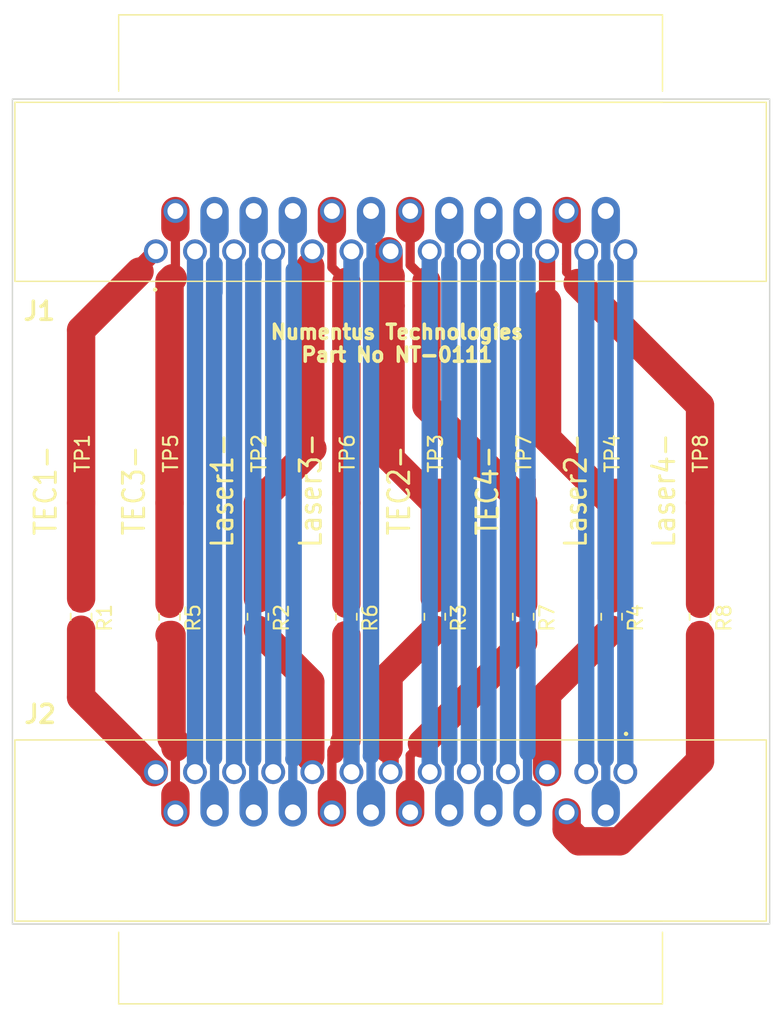
<source format=kicad_pcb>
(kicad_pcb (version 20221018) (generator pcbnew)
  (title_block (title "HSHS Test Board 0111"))
  (layers (0 "F.Cu" signal) (31 "B.Cu" signal) (34 "B.Paste" user) (35 "F.Paste" user) (36 "B.SilkS" user "B.Silkscreen") (37 "F.SilkS" user "F.Silkscreen") (38 "B.Mask" user) (39 "F.Mask" user) (44 "Edge.Cuts" user))
  (net 0 "")
  (net 1 "/TECPow1-")
  (net 2 "/TECPow1+")
  (net 3 "/Therm1-")
  (net 4 "/Therm1+")
  (net 5 "/LaserPow1-")
  (net 6 "/LaserPow1+")
  (net 7 "/TECPow2-")
  (net 8 "/TECPow2+")
  (net 9 "/Therm2-")
  (net 10 "/Therm2+")
  (net 11 "/LaserPow2-")
  (net 12 "/LaserPow2+")
  (net 13 "Net-(J1-Pad13)")
  (net 14 "/TECPow3-")
  (net 15 "/TECPow3+")
  (net 16 "/Therm3-")
  (net 17 "/Therm3+")
  (net 18 "/LaserPow3-")
  (net 19 "/LaserPow3+")
  (net 20 "/TECPow4-")
  (net 21 "/TECPow4+")
  (net 22 "/Therm4-")
  (net 23 "/Therm4+")
  (net 24 "/LaserPow4-")
  (net 25 "/LaserPow4+")
  (net 26 "Net-(J2-Pad1)")
  (net 27 "Net-(J2-Pad5)")
  (net 28 "Net-(J2-Pad7)")
  (net 29 "Net-(J2-Pad11)")
  (net 30 "Net-(J2-P14)")
  (net 31 "Net-(J2-P18)")
  (net 32 "Net-(J2-P20)")
  (net 33 "Net-(J2-P24)")
  (footprint "Global_Footprint_Library:KEYSTONE_5015" (layer "F.Cu") (at 158.188 100.28 90)
    (fp_text reference "TP8" (at 3.5 0.032 90) (layer "F.SilkS"))
    (fp_text value "5015")
    (pad "TP" smd rect (at 0 0 90) (size 3.43 1.78) (layers "F.Cu" "F.Paste" "F.Mask") (net 24 "/LaserPow4-"))
  )
  (footprint "Global_Footprint_Library:57888011_A" (layer "F.Cu") (at 119.782 82.52)
    (fp_text reference "J1" (at -8.222 4.22) (layer "F.SilkS") (effects (font (size 1.27 1.27) (thickness 0.254))))
    (fp_text value "DB25_Receptacle" hide)
    (fp_line (start -9.949 -10.51) (end 43.081 -10.51) (stroke (width 0.1)) (layer "F.SilkS"))
    (fp_line (start -9.949 2.12) (end -9.949 -10.51) (stroke (width 0.1)) (layer "F.SilkS"))
    (fp_line (start -2.624 -16.68) (end 35.756 -16.68) (stroke (width 0.1)) (layer "F.SilkS"))
    (fp_line (start -2.624 -11.3) (end -2.624 -16.68) (stroke (width 0.1)) (layer "F.SilkS"))
    (fp_line (start -0.1 2.7) (end -0.1 2.7) (stroke (width 0.2)) (layer "F.SilkS"))
    (fp_line (start -0.1 2.7) (end -0.1 2.7) (stroke (width 0.2)) (layer "F.SilkS"))
    (fp_line (start 0 2.7) (end 0 2.7) (stroke (width 0.2)) (layer "F.SilkS"))
    (fp_line (start 35.756 -16.68) (end 35.756 -11.3) (stroke (width 0.1)) (layer "F.SilkS"))
    (fp_line (start 35.756 -10.51) (end -2.624 -10.51) (stroke (width 0.1)) (layer "F.SilkS"))
    (fp_line (start 43.081 -10.51) (end 43.081 2.12) (stroke (width 0.1)) (layer "F.SilkS"))
    (fp_line (start 43.081 2.12) (end -9.949 2.12) (stroke (width 0.1)) (layer "F.SilkS"))
    (fp_arc (start -0.1 2.7) (mid -0.05 2.65) (end 0 2.7) (stroke (width 0.2)) (layer "F.SilkS"))
    (fp_arc (start 0 2.7) (mid -0.05 2.75) (end -0.1 2.7) (stroke (width 0.2)) (layer "F.SilkS"))
    (fp_arc (start 0 2.7) (mid -0.05 2.75) (end -0.1 2.7) (stroke (width 0.2)) (layer "F.SilkS"))
    (pad "" np_thru_hole circle (at -6.96 -1.42) (size 3.26 3.26) (drill 3.26) (layers "*.Cu" "*.Mask"))
    (pad "" np_thru_hole circle (at 40.08 -1.42) (size 3.26 3.26) (drill 3.26) (layers "*.Cu" "*.Mask"))
    (pad "1" thru_hole circle (at 0 0) (size 1.68 1.68) (drill 1.12) (layers "*.Cu" "*.Mask") (net 1 "/TECPow1-"))
    (pad "2" thru_hole circle (at 2.761 0) (size 1.68 1.68) (drill 1.12) (layers "*.Cu" "*.Mask") (net 2 "/TECPow1+"))
    (pad "3" thru_hole circle (at 5.522 0) (size 1.68 1.68) (drill 1.12) (layers "*.Cu" "*.Mask") (net 3 "/Therm1-"))
    (pad "4" thru_hole circle (at 8.283 0) (size 1.68 1.68) (drill 1.12) (layers "*.Cu" "*.Mask") (net 4 "/Therm1+"))
    (pad "5" thru_hole circle (at 11.044 0) (size 1.68 1.68) (drill 1.12) (layers "*.Cu" "*.Mask") (net 5 "/LaserPow1-"))
    (pad "6" thru_hole circle (at 13.805 0) (size 1.68 1.68) (drill 1.12) (layers "*.Cu" "*.Mask") (net 6 "/LaserPow1+"))
    (pad "7" thru_hole circle (at 16.566 0) (size 1.68 1.68) (drill 1.12) (layers "*.Cu" "*.Mask") (net 7 "/TECPow2-"))
    (pad "8" thru_hole circle (at 19.327 0) (size 1.68 1.68) (drill 1.12) (layers "*.Cu" "*.Mask") (net 8 "/TECPow2+"))
    (pad "9" thru_hole circle (at 22.088 0) (size 1.68 1.68) (drill 1.12) (layers "*.Cu" "*.Mask") (net 9 "/Therm2-"))
    (pad "10" thru_hole circle (at 24.849 0) (size 1.68 1.68) (drill 1.12) (layers "*.Cu" "*.Mask") (net 10 "/Therm2+"))
    (pad "11" thru_hole circle (at 27.61 0) (size 1.68 1.68) (drill 1.12) (layers "*.Cu" "*.Mask") (net 11 "/LaserPow2-"))
    (pad "12" thru_hole circle (at 30.371 0) (size 1.68 1.68) (drill 1.12) (layers "*.Cu" "*.Mask") (net 12 "/LaserPow2+"))
    (pad "13" thru_hole circle (at 33.132 0) (size 1.68 1.68) (drill 1.12) (layers "*.Cu" "*.Mask") (net 13 "Net-(J1-Pad13)"))
    (pad "14" thru_hole circle (at 1.38 -2.84) (size 1.68 1.68) (drill 1.12) (layers "*.Cu" "*.Mask") (net 14 "/TECPow3-"))
    (pad "15" thru_hole circle (at 4.141 -2.84) (size 1.68 1.68) (drill 1.12) (layers "*.Cu" "*.Mask") (net 15 "/TECPow3+"))
    (pad "16" thru_hole circle (at 6.902 -2.84) (size 1.68 1.68) (drill 1.12) (layers "*.Cu" "*.Mask") (net 16 "/Therm3-"))
    (pad "17" thru_hole circle (at 9.663 -2.84) (size 1.68 1.68) (drill 1.12) (layers "*.Cu" "*.Mask") (net 17 "/Therm3+"))
    (pad "18" thru_hole circle (at 12.424 -2.84) (size 1.68 1.68) (drill 1.12) (layers "*.Cu" "*.Mask") (net 18 "/LaserPow3-"))
    (pad "19" thru_hole circle (at 15.185 -2.84) (size 1.68 1.68) (drill 1.12) (layers "*.Cu" "*.Mask") (net 19 "/LaserPow3+"))
    (pad "20" thru_hole circle (at 17.947 -2.84) (size 1.68 1.68) (drill 1.12) (layers "*.Cu" "*.Mask") (net 20 "/TECPow4-"))
    (pad "21" thru_hole circle (at 20.707 -2.84) (size 1.68 1.68) (drill 1.12) (layers "*.Cu" "*.Mask") (net 21 "/TECPow4+"))
    (pad "22" thru_hole circle (at 23.468 -2.84) (size 1.68 1.68) (drill 1.12) (layers "*.Cu" "*.Mask") (net 22 "/Therm4-"))
    (pad "23" thru_hole circle (at 26.23 -2.84) (size 1.68 1.68) (drill 1.12) (layers "*.Cu" "*.Mask") (net 23 "/Therm4+"))
    (pad "24" thru_hole circle (at 28.99 -2.84) (size 1.68 1.68) (drill 1.12) (layers "*.Cu" "*.Mask") (net 24 "/LaserPow4-"))
    (pad "25" thru_hole circle (at 31.752 -2.84) (size 1.68 1.68) (drill 1.12) (layers "*.Cu" "*.Mask") (net 25 "/LaserPow4+"))
  )
  (footprint "Global_Footprint_Library:5788794_1 Mod From 57888011_A" (layer "F.Cu") (at 152.914 119.27 180)
    (fp_text reference "J2" (at 41.294 4.09) (layer "F.SilkS") (effects (font (size 1.27 1.27) (thickness 0.254))))
    (fp_text value "DB25_Plug" hide)
    (fp_line (start -9.949 -10.51) (end 43.081 -10.51) (stroke (width 0.1)) (layer "F.SilkS"))
    (fp_line (start -9.949 2.27) (end -9.949 -10.51) (stroke (width 0.1)) (layer "F.SilkS"))
    (fp_line (start -2.624 -11.3) (end -2.624 -16.35) (stroke (width 0.1)) (layer "F.SilkS"))
    (fp_line (start -2.609 -16.35) (end 35.756 -16.35) (stroke (width 0.1)) (layer "F.SilkS"))
    (fp_line (start -0.1 2.7) (end -0.1 2.7) (stroke (width 0.2)) (layer "F.SilkS"))
    (fp_line (start -0.1 2.7) (end -0.1 2.7) (stroke (width 0.2)) (layer "F.SilkS"))
    (fp_line (start 0 2.7) (end 0 2.7) (stroke (width 0.2)) (layer "F.SilkS"))
    (fp_line (start 35.756 -16.35) (end 35.756 -11.3) (stroke (width 0.1)) (layer "F.SilkS"))
    (fp_line (start 35.756 -10.51) (end -2.624 -10.51) (stroke (width 0.1)) (layer "F.SilkS"))
    (fp_line (start 43.081 -10.51) (end 43.081 2.27) (stroke (width 0.1)) (layer "F.SilkS"))
    (fp_line (start 43.081 2.27) (end -9.949 2.27) (stroke (width 0.1)) (layer "F.SilkS"))
    (fp_arc (start -0.1 2.7) (mid -0.05 2.65) (end 0 2.7) (stroke (width 0.2)) (layer "F.SilkS"))
    (fp_arc (start 0 2.7) (mid -0.05 2.75) (end -0.1 2.7) (stroke (width 0.2)) (layer "F.SilkS"))
    (fp_arc (start 0 2.7) (mid -0.05 2.75) (end -0.1 2.7) (stroke (width 0.2)) (layer "F.SilkS"))
    (pad "" np_thru_hole circle (at -6.96 -1.42 180) (size 3.26 3.26) (drill 3.26) (layers "*.Cu" "*.Mask"))
    (pad "" np_thru_hole circle (at 40.08 -1.42 180) (size 3.26 3.26) (drill 3.26) (layers "*.Cu" "*.Mask"))
    (pad "1" thru_hole circle (at 33.132 0 180) (size 1.68 1.68) (drill 1.12) (layers "*.Cu" "*.Mask") (net 26 "Net-(J2-Pad1)"))
    (pad "2" thru_hole circle (at 30.371 0 180) (size 1.68 1.68) (drill 1.12) (layers "*.Cu" "*.Mask") (net 2 "/TECPow1+"))
    (pad "3" thru_hole circle (at 27.61 0 180) (size 1.68 1.68) (drill 1.12) (layers "*.Cu" "*.Mask") (net 3 "/Therm1-"))
    (pad "4" thru_hole circle (at 24.849 0 180) (size 1.68 1.68) (drill 1.12) (layers "*.Cu" "*.Mask") (net 4 "/Therm1+"))
    (pad "5" thru_hole circle (at 22.088 0 180) (size 1.68 1.68) (drill 1.12) (layers "*.Cu" "*.Mask") (net 27 "Net-(J2-Pad5)"))
    (pad "6" thru_hole circle (at 19.327 0 180) (size 1.68 1.68) (drill 1.12) (layers "*.Cu" "*.Mask") (net 6 "/LaserPow1+"))
    (pad "7" thru_hole circle (at 16.566 0 180) (size 1.68 1.68) (drill 1.12) (layers "*.Cu" "*.Mask") (net 28 "Net-(J2-Pad7)"))
    (pad "8" thru_hole circle (at 13.805 0 180) (size 1.68 1.68) (drill 1.12) (layers "*.Cu" "*.Mask") (net 8 "/TECPow2+"))
    (pad "9" thru_hole circle (at 11.044 0 180) (size 1.68 1.68) (drill 1.12) (layers "*.Cu" "*.Mask") (net 9 "/Therm2-"))
    (pad "10" thru_hole circle (at 8.283 0 180) (size 1.68 1.68) (drill 1.12) (layers "*.Cu" "*.Mask") (net 10 "/Therm2+"))
    (pad "11" thru_hole circle (at 5.522 0 180) (size 1.68 1.68) (drill 1.12) (layers "*.Cu" "*.Mask") (net 29 "Net-(J2-Pad11)"))
    (pad "12" thru_hole circle (at 2.761 0 180) (size 1.68 1.68) (drill 1.12) (layers "*.Cu" "*.Mask") (net 12 "/LaserPow2+"))
    (pad "13" thru_hole circle (at 0 0 180) (size 1.68 1.68) (drill 1.12) (layers "*.Cu" "*.Mask") (net 13 "Net-(J1-Pad13)"))
    (pad "14" thru_hole circle (at 31.752 -2.84 180) (size 1.68 1.68) (drill 1.12) (layers "*.Cu" "*.Mask") (net 30 "Net-(J2-P14)"))
    (pad "15" thru_hole circle (at 28.99 -2.84 180) (size 1.68 1.68) (drill 1.12) (layers "*.Cu" "*.Mask") (net 15 "/TECPow3+"))
    (pad "16" thru_hole circle (at 26.23 -2.84 180) (size 1.68 1.68) (drill 1.12) (layers "*.Cu" "*.Mask") (net 16 "/Therm3-"))
    (pad "17" thru_hole circle (at 23.468 -2.84 180) (size 1.68 1.68) (drill 1.12) (layers "*.Cu" "*.Mask") (net 17 "/Therm3+"))
    (pad "18" thru_hole circle (at 20.707 -2.84 180) (size 1.68 1.68) (drill 1.12) (layers "*.Cu" "*.Mask") (net 31 "Net-(J2-P18)"))
    (pad "19" thru_hole circle (at 17.947 -2.84 180) (size 1.68 1.68) (drill 1.12) (layers "*.Cu" "*.Mask") (net 19 "/LaserPow3+"))
    (pad "20" thru_hole circle (at 15.185 -2.84 180) (size 1.68 1.68) (drill 1.12) (layers "*.Cu" "*.Mask") (net 32 "Net-(J2-P20)"))
    (pad "21" thru_hole circle (at 12.424 -2.84 180) (size 1.68 1.68) (drill 1.12) (layers "*.Cu" "*.Mask") (net 21 "/TECPow4+"))
    (pad "22" thru_hole circle (at 9.663 -2.84 180) (size 1.68 1.68) (drill 1.12) (layers "*.Cu" "*.Mask") (net 22 "/Therm4-"))
    (pad "23" thru_hole circle (at 6.902 -2.84 180) (size 1.68 1.68) (drill 1.12) (layers "*.Cu" "*.Mask") (net 23 "/Therm4+"))
    (pad "24" thru_hole circle (at 4.141 -2.84 180) (size 1.68 1.68) (drill 1.12) (layers "*.Cu" "*.Mask") (net 33 "Net-(J2-P24)"))
    (pad "25" thru_hole circle (at 1.38 -2.84 180) (size 1.68 1.68) (drill 1.12) (layers "*.Cu" "*.Mask") (net 25 "/LaserPow4+"))
  )
  (footprint "Resistor_SMD:R_0805_2012Metric" (layer "F.Cu") (at 158.188 108.3075 -90)
    (fp_text reference "R8" (at 0.08 -1.692 90) (layer "F.SilkS"))
    (fp_text value "0.1")
    (fp_line (start -0.227064 -0.735) (end 0.227064 -0.735) (stroke (width 0.12)) (layer "F.SilkS"))
    (fp_line (start -0.227064 0.735) (end 0.227064 0.735) (stroke (width 0.12)) (layer "F.SilkS"))
    (pad "1" smd roundrect (at -0.9125 0 270) (size 1.025 1.4) (layers "F.Cu" "F.Paste" "F.Mask") (roundrect_rratio 0.243902439) (net 24 "/LaserPow4-"))
    (pad "2" smd roundrect (at 0.9125 0 270) (size 1.025 1.4) (layers "F.Cu" "F.Paste" "F.Mask") (roundrect_rratio 0.243902439) (net 33 "Net-(J2-P24)"))
  )
  (footprint "Resistor_SMD:R_0805_2012Metric" (layer "F.Cu") (at 133.228 108.3075 -90)
    (fp_text reference "R6" (at 0.08 -1.668 90) (layer "F.SilkS"))
    (fp_text value "0.1")
    (fp_line (start -0.227064 -0.735) (end 0.227064 -0.735) (stroke (width 0.12)) (layer "F.SilkS"))
    (fp_line (start -0.227064 0.735) (end 0.227064 0.735) (stroke (width 0.12)) (layer "F.SilkS"))
    (pad "1" smd roundrect (at -0.9125 0 270) (size 1.025 1.4) (layers "F.Cu" "F.Paste" "F.Mask") (roundrect_rratio 0.243902439) (net 18 "/LaserPow3-"))
    (pad "2" smd roundrect (at 0.9125 0 270) (size 1.025 1.4) (layers "F.Cu" "F.Paste" "F.Mask") (roundrect_rratio 0.243902439) (net 31 "Net-(J2-P18)"))
  )
  (footprint "Resistor_SMD:R_0805_2012Metric" (layer "F.Cu") (at 120.748 108.3075 -90)
    (fp_text reference "R5" (at 0.08 -1.656 90) (layer "F.SilkS"))
    (fp_text value "0.1")
    (fp_line (start -0.227064 -0.735) (end 0.227064 -0.735) (stroke (width 0.12)) (layer "F.SilkS"))
    (fp_line (start -0.227064 0.735) (end 0.227064 0.735) (stroke (width 0.12)) (layer "F.SilkS"))
    (pad "1" smd roundrect (at -0.9125 0 270) (size 1.025 1.4) (layers "F.Cu" "F.Paste" "F.Mask") (roundrect_rratio 0.243902439) (net 14 "/TECPow3-"))
    (pad "2" smd roundrect (at 0.9125 0 270) (size 1.025 1.4) (layers "F.Cu" "F.Paste" "F.Mask") (roundrect_rratio 0.243902439) (net 30 "Net-(J2-P14)"))
  )
  (footprint "Resistor_SMD:R_0805_2012Metric" (layer "F.Cu") (at 126.988 108.3075 -90)
    (fp_text reference "R2" (at 0.08 -1.662 90) (layer "F.SilkS"))
    (fp_text value "0.1")
    (fp_line (start -0.227064 -0.735) (end 0.227064 -0.735) (stroke (width 0.12)) (layer "F.SilkS"))
    (fp_line (start -0.227064 0.735) (end 0.227064 0.735) (stroke (width 0.12)) (layer "F.SilkS"))
    (pad "1" smd roundrect (at -0.9125 0 270) (size 1.025 1.4) (layers "F.Cu" "F.Paste" "F.Mask") (roundrect_rratio 0.243902439) (net 5 "/LaserPow1-"))
    (pad "2" smd roundrect (at 0.9125 0 270) (size 1.025 1.4) (layers "F.Cu" "F.Paste" "F.Mask") (roundrect_rratio 0.243902439) (net 27 "Net-(J2-Pad5)"))
  )
  (footprint "Resistor_SMD:R_0805_2012Metric" (layer "F.Cu") (at 151.948 108.3075 -90)
    (fp_text reference "R4" (at 0.08 -1.686 90) (layer "F.SilkS"))
    (fp_text value "0.1")
    (fp_line (start -0.227064 -0.735) (end 0.227064 -0.735) (stroke (width 0.12)) (layer "F.SilkS"))
    (fp_line (start -0.227064 0.735) (end 0.227064 0.735) (stroke (width 0.12)) (layer "F.SilkS"))
    (pad "1" smd roundrect (at -0.9125 0 270) (size 1.025 1.4) (layers "F.Cu" "F.Paste" "F.Mask") (roundrect_rratio 0.243902439) (net 11 "/LaserPow2-"))
    (pad "2" smd roundrect (at 0.9125 0 270) (size 1.025 1.4) (layers "F.Cu" "F.Paste" "F.Mask") (roundrect_rratio 0.243902439) (net 29 "Net-(J2-Pad11)"))
  )
  (footprint "Global_Footprint_Library:KEYSTONE_5015" (layer "F.Cu") (at 114.508 100.28 90)
    (fp_text reference "TP1" (at 3.5 0.092 90) (layer "F.SilkS"))
    (fp_text value "5015")
    (pad "TP" smd rect (at 0 0 90) (size 3.43 1.78) (layers "F.Cu" "F.Paste" "F.Mask") (net 1 "/TECPow1-"))
  )
  (footprint "Global_Footprint_Library:KEYSTONE_5015" (layer "F.Cu") (at 120.748 100.28 90)
    (fp_text reference "TP5" (at 3.5 0.083428 90) (layer "F.SilkS"))
    (fp_text value "5015")
    (pad "TP" smd rect (at 0 0 90) (size 3.43 1.78) (layers "F.Cu" "F.Paste" "F.Mask") (net 14 "/TECPow3-"))
  )
  (footprint "Global_Footprint_Library:KEYSTONE_5015" (layer "F.Cu") (at 139.468 100.28 90)
    (fp_text reference "TP3" (at 3.5 0.057712 90) (layer "F.SilkS"))
    (fp_text value "5015")
    (pad "TP" smd rect (at 0 0 90) (size 3.43 1.78) (layers "F.Cu" "F.Paste" "F.Mask") (net 7 "/TECPow2-"))
  )
  (footprint "Resistor_SMD:R_0805_2012Metric" (layer "F.Cu") (at 145.708 108.3075 -90)
    (fp_text reference "R7" (at 0.08 -1.68 90) (layer "F.SilkS"))
    (fp_text value "0.1")
    (fp_line (start -0.227064 -0.735) (end 0.227064 -0.735) (stroke (width 0.12)) (layer "F.SilkS"))
    (fp_line (start -0.227064 0.735) (end 0.227064 0.735) (stroke (width 0.12)) (layer "F.SilkS"))
    (pad "1" smd roundrect (at -0.9125 0 270) (size 1.025 1.4) (layers "F.Cu" "F.Paste" "F.Mask") (roundrect_rratio 0.243902439) (net 20 "/TECPow4-"))
    (pad "2" smd roundrect (at 0.9125 0 270) (size 1.025 1.4) (layers "F.Cu" "F.Paste" "F.Mask") (roundrect_rratio 0.243902439) (net 32 "Net-(J2-P20)"))
  )
  (footprint "Global_Footprint_Library:KEYSTONE_5015" (layer "F.Cu") (at 145.708 100.28 90)
    (fp_text reference "TP7" (at 3.5 0.04914 90) (layer "F.SilkS"))
    (fp_text value "5015")
    (pad "TP" smd rect (at 0 0 90) (size 3.43 1.78) (layers "F.Cu" "F.Paste" "F.Mask") (net 20 "/TECPow4-"))
  )
  (footprint "Global_Footprint_Library:KEYSTONE_5015" (layer "F.Cu") (at 151.948 100.28 90)
    (fp_text reference "TP4" (at 3.5 0.040568 90) (layer "F.SilkS"))
    (fp_text value "5015")
    (pad "TP" smd rect (at 0 0 90) (size 3.43 1.78) (layers "F.Cu" "F.Paste" "F.Mask") (net 11 "/LaserPow2-"))
  )
  (footprint "Global_Footprint_Library:KEYSTONE_5015" (layer "F.Cu") (at 133.228 100.28 90)
    (fp_text reference "TP6" (at 3.5 0.066284 90) (layer "F.SilkS"))
    (fp_text value "5015")
    (pad "TP" smd rect (at 0 0 90) (size 3.43 1.78) (layers "F.Cu" "F.Paste" "F.Mask") (net 18 "/LaserPow3-"))
  )
  (footprint "Resistor_SMD:R_0805_2012Metric" (layer "F.Cu") (at 139.468 108.3075 -90)
    (fp_text reference "R3" (at 0.08 -1.674 90) (layer "F.SilkS"))
    (fp_text value "0.1")
    (fp_line (start -0.227064 -0.735) (end 0.227064 -0.735) (stroke (width 0.12)) (layer "F.SilkS"))
    (fp_line (start -0.227064 0.735) (end 0.227064 0.735) (stroke (width 0.12)) (layer "F.SilkS"))
    (pad "1" smd roundrect (at -0.9125 0 270) (size 1.025 1.4) (layers "F.Cu" "F.Paste" "F.Mask") (roundrect_rratio 0.243902439) (net 7 "/TECPow2-"))
    (pad "2" smd roundrect (at 0.9125 0 270) (size 1.025 1.4) (layers "F.Cu" "F.Paste" "F.Mask") (roundrect_rratio 0.243902439) (net 28 "Net-(J2-Pad7)"))
  )
  (footprint "Global_Footprint_Library:KEYSTONE_5015" (layer "F.Cu") (at 126.988 100.28 90)
    (fp_text reference "TP2" (at 3.5 0.074856 90) (layer "F.SilkS"))
    (fp_text value "5015")
    (pad "TP" smd rect (at 0 0 90) (size 3.43 1.78) (layers "F.Cu" "F.Paste" "F.Mask") (net 5 "/LaserPow1-"))
  )
  (footprint "Resistor_SMD:R_0805_2012Metric" (layer "F.Cu") (at 114.508 108.3075 -90)
    (fp_text reference "R1" (at 0.08 -1.65 90) (layer "F.SilkS"))
    (fp_text value "0.1")
    (fp_line (start -0.227064 -0.735) (end 0.227064 -0.735) (stroke (width 0.12)) (layer "F.SilkS"))
    (fp_line (start -0.227064 0.735) (end 0.227064 0.735) (stroke (width 0.12)) (layer "F.SilkS"))
    (pad "1" smd roundrect (at -0.9125 0 270) (size 1.025 1.4) (layers "F.Cu" "F.Paste" "F.Mask") (roundrect_rratio 0.243902439) (net 1 "/TECPow1-"))
    (pad "2" smd roundrect (at 0.9125 0 270) (size 1.025 1.4) (layers "F.Cu" "F.Paste" "F.Mask") (roundrect_rratio 0.243902439) (net 26 "Net-(J2-Pad1)"))
  )
  (gr_rect (start 109.66 71.78) (end 163.1 129.99) (stroke (width 0.1)) (fill none) (layer "Edge.Cuts"))
  (gr_text "TEC4-" (at 144.05857 102.683333 90) (layer "F.SilkS") (effects (font (size 1.5 1.3) (thickness 0.2)) (justify left bottom)))
  (gr_text "Laser1-" (at 125.351428 103.55 90) (layer "F.SilkS") (effects (font (size 1.5 1.3) (thickness 0.2)) (justify left bottom)))
  (gr_text "Laser2-" (at 150.294284 103.55 90) (layer "F.SilkS") (effects (font (size 1.5 1.3) (thickness 0.2)) (justify left bottom)))
  (gr_text "TEC3-" (at 119.115714 102.683333 90) (layer "F.SilkS") (effects (font (size 1.5 1.3) (thickness 0.2)) (justify left bottom)))
  (gr_text "TEC1-" (at 112.88 102.683333 90) (layer "F.SilkS") (effects (font (size 1.5 1.3) (thickness 0.2)) (justify left bottom)))
  (gr_text "Laser3-" (at 131.587142 103.55 90) (layer "F.SilkS") (effects (font (size 1.5 1.3) (thickness 0.2)) (justify left bottom)))
  (gr_text "Laser4-" (at 156.53 103.55 90) (layer "F.SilkS") (effects (font (size 1.5 1.3) (thickness 0.2)) (justify left bottom)))
  (gr_text "TEC2-" (at 137.822856 102.683333 90) (layer "F.SilkS") (effects (font (size 1.5 1.3) (thickness 0.2)) (justify left bottom)))
  (gr_text "Numentus Technologies\nPart No NT-0111" (at 136.8 90.41) (layer "F.SilkS") (effects (font (size 1 1) (thickness 0.25) bold) (justify bottom)))
  (segment (start 114.508 100.28) (end 114.508 107.02) (width 2) (layer "F.Cu") (net 1))
  (segment (start 118.63 83.672) (end 118.63 83.95) (width 1.15) (layer "F.Cu") (net 1))
  (segment (start 118.63 83.95) (end 114.508 88.072) (width 2) (layer "F.Cu") (net 1))
  (segment (start 114.508 88.072) (end 114.508 100.28) (width 2) (layer "F.Cu") (net 1))
  (segment (start 119.782 82.52) (end 118.63 83.672) (width 1.15) (layer "F.Cu") (net 1))
  (segment (start 122.543 82.52) (end 122.543 119.27) (width 1.15) (layer "B.Cu") (net 2))
  (segment (start 125.304 82.52) (end 125.304 119.27) (width 1.15) (layer "B.Cu") (net 3))
  (segment (start 128.065 82.52) (end 128.065 119.27) (width 1.15) (layer "B.Cu") (net 4))
  (segment (start 130.826 82.52) (end 130.826 83.445) (width 1.15) (layer "F.Cu") (net 5))
  (segment (start 130.826 96.442) (end 130.681 96.297) (width 2) (layer "F.Cu") (net 5))
  (segment (start 130.681 96.297) (end 130.681 83.59) (width 2) (layer "F.Cu") (net 5))
  (segment (start 130.826 96.442) (end 126.988 100.28) (width 2) (layer "F.Cu") (net 5))
  (segment (start 126.988 100.28) (end 126.988 107.02) (width 2) (layer "F.Cu") (net 5))
  (segment (start 130.826 83.445) (end 130.681 83.59) (width 1.15) (layer "F.Cu") (net 5))
  (segment (start 133.587 82.52) (end 133.587 119.27) (width 1.15) (layer "B.Cu") (net 6))
  (segment (start 139.468 100.28) (end 139.468 107.02) (width 2) (layer "F.Cu") (net 7))
  (segment (start 136.348 97.16) (end 139.468 100.28) (width 2) (layer "F.Cu") (net 7))
  (segment (start 136.204 86.226) (end 136.204 82.52) (width 2) (layer "F.Cu") (net 7))
  (segment (start 136.348 82.52) (end 136.348 97.16) (width 1.15) (layer "F.Cu") (net 7))
  (segment (start 136.348 86.37) (end 136.204 86.226) (width 2) (layer "F.Cu") (net 7))
  (segment (start 136.348 84.264676) (end 136.265662 84.182338) (width 2) (layer "F.Cu") (net 7))
  (segment (start 136.348 97.16) (end 136.348 86.37) (width 2) (layer "F.Cu") (net 7))
  (segment (start 136.348 86.37) (end 136.348 84.264676) (width 2) (layer "F.Cu") (net 7))
  (segment (start 139.109 82.52) (end 139.109 119.27) (width 1.15) (layer "B.Cu") (net 8))
  (segment (start 141.87 82.52) (end 141.87 119.27) (width 1.15) (layer "B.Cu") (net 9))
  (segment (start 144.631 82.52) (end 144.631 119.27) (width 1.15) (layer "B.Cu") (net 10))
  (segment (start 147.392 82.52) (end 147.392 86.07) (width 1.15) (layer "F.Cu") (net 11))
  (segment (start 151.948 100.28) (end 151.948 107.02) (width 2) (layer "F.Cu") (net 11))
  (segment (start 147.392 95.724) (end 151.948 100.28) (width 2) (layer "F.Cu") (net 11))
  (segment (start 147.392 86.07) (end 147.392 95.724) (width 2) (layer "F.Cu") (net 11))
  (segment (start 150.153 82.52) (end 150.153 119.27) (width 1.15) (layer "B.Cu") (net 12))
  (segment (start 152.914 82.52) (end 152.914 119.27) (width 1.15) (layer "B.Cu") (net 13))
  (segment (start 120.97 84.42) (end 120.748 84.642) (width 2) (layer "F.Cu") (net 14))
  (segment (start 120.748 100.28) (end 120.748 107.395) (width 2) (layer "F.Cu") (net 14))
  (segment (start 120.748 84.642) (end 120.748 100.28) (width 2) (layer "F.Cu") (net 14))
  (segment (start 120.97 84.42) (end 121.162 84.228) (width 0.65) (layer "F.Cu") (net 14))
  (segment (start 121.162 79.68) (end 121.162 80.88) (width 2) (layer "F.Cu") (net 14))
  (segment (start 121.162 84.228) (end 121.162 80.88) (width 0.65) (layer "F.Cu") (net 14))
  (segment (start 123.924 117.911) (end 123.924 122.11) (width 0.65) (layer "B.Cu") (net 15))
  (segment (start 123.923 79.68) (end 123.923 85.427) (width 0.65) (layer "B.Cu") (net 15))
  (segment (start 123.893 118.269) (end 123.893 83.453955) (width 1.15) (layer "B.Cu") (net 15))
  (segment (start 123.923 83.423955) (end 123.923 85.427) (width 1.15) (layer "B.Cu") (net 15))
  (segment (start 123.924 122.11) (end 123.924 120.774996) (width 2) (layer "B.Cu") (net 15))
  (segment (start 123.893 83.453955) (end 123.923 83.423955) (width 1.15) (layer "B.Cu") (net 15))
  (segment (start 123.923 79.68) (end 123.923 81.015004) (width 2) (layer "B.Cu") (net 15))
  (segment (start 126.654 83.453955) (end 126.654 118.36) (width 1.15) (layer "B.Cu") (net 16))
  (segment (start 126.684 83.423955) (end 126.654 83.453955) (width 1.15) (layer "B.Cu") (net 16))
  (segment (start 126.684 84.316) (end 126.684 83.423955) (width 1.15) (layer "B.Cu") (net 16))
  (segment (start 126.684 79.68) (end 126.684 81.015004) (width 2) (layer "B.Cu") (net 16))
  (segment (start 126.654 118.36) (end 126.684 118.39) (width 0.65) (layer "B.Cu") (net 16))
  (segment (start 126.684 122.11) (end 126.684 120.774996) (width 2) (layer "B.Cu") (net 16))
  (segment (start 126.684 118.39) (end 126.684 122.11) (width 0.65) (layer "B.Cu") (net 16))
  (segment (start 126.684 79.68) (end 126.684 84.316) (width 0.65) (layer "B.Cu") (net 16))
  (segment (start 129.51 83.84) (end 129.51 118.302045) (width 1.15) (layer "B.Cu") (net 17))
  (segment (start 129.445 83.775) (end 129.51 83.84) (width 0.65) (layer "B.Cu") (net 17))
  (segment (start 129.51 118.302045) (end 129.446 118.366045) (width 0.65) (layer "B.Cu") (net 17))
  (segment (start 129.445 79.68) (end 129.445 83.775) (width 0.65) (layer "B.Cu") (net 17))
  (segment (start 129.445 79.68) (end 129.445 81.015004) (width 2) (layer "B.Cu") (net 17))
  (segment (start 129.446 122.11) (end 129.446 120.774996) (width 2) (layer "B.Cu") (net 17))
  (segment (start 129.51 118.302045) (end 129.481022 118.331023) (width 1.15) (layer "B.Cu") (net 17))
  (segment (start 129.446 118.366045) (end 129.446 122.11) (width 0.65) (layer "B.Cu") (net 17))
  (segment (start 132.206 79.68) (end 132.206 81.015004) (width 2) (layer "F.Cu") (net 18))
  (segment (start 132.206 79.68) (end 132.206 83.656) (width 0.65) (layer "F.Cu") (net 18))
  (segment (start 132.206 83.656) (end 133.11 84.56) (width 0.65) (layer "F.Cu") (net 18))
  (segment (start 133.228 100.28) (end 133.228 107.395) (width 2) (layer "F.Cu") (net 18))
  (segment (start 133.228 100.28) (end 133.228 84.678) (width 2) (layer "F.Cu") (net 18))
  (segment (start 134.95 118.13) (end 134.967 118.113) (width 1.15) (layer "B.Cu") (net 19))
  (segment (start 134.95 118.13) (end 134.967 118.147) (width 0.65) (layer "B.Cu") (net 19))
  (segment (start 134.967 79.68) (end 134.967 81.015004) (width 2) (layer "B.Cu") (net 19))
  (segment (start 134.967 122.11) (end 134.967 120.774996) (width 2) (layer "B.Cu") (net 19))
  (segment (start 134.967 81.015004) (end 134.967 83.423955) (width 0.65) (layer "B.Cu") (net 19))
  (segment (start 134.967 118.147) (end 134.967 122.11) (width 0.65) (layer "B.Cu") (net 19))
  (segment (start 134.967 118.113) (end 134.967 83.423955) (width 1.15) (layer "B.Cu") (net 19))
  (segment (start 138.88 93.452) (end 145.708 100.28) (width 2) (layer "F.Cu") (net 20))
  (segment (start 137.729 83.489) (end 137.729 79.68) (width 0.65) (layer "F.Cu") (net 20))
  (segment (start 138.88 84.64) (end 138.88 93.452) (width 2) (layer "F.Cu") (net 20))
  (segment (start 138.88 84.64) (end 137.729 83.489) (width 0.65) (layer "F.Cu") (net 20))
  (segment (start 137.729 79.68) (end 137.729 80.93373) (width 2) (layer "F.Cu") (net 20))
  (segment (start 145.708 100.28) (end 145.708 107.395) (width 2) (layer "F.Cu") (net 20))
  (segment (start 140.489 122.109) (end 140.489 120.774996) (width 2) (layer "B.Cu") (net 21))
  (segment (start 140.489 79.68) (end 140.489 83.38) (width 0.65) (layer "B.Cu") (net 21))
  (segment (start 140.489 83.38) (end 140.489 118.366045) (width 1.15) (layer "B.Cu") (net 21))
  (segment (start 140.489 120.774996) (end 140.489 118.366045) (width 0.65) (layer "B.Cu") (net 21))
  (segment (start 140.489 79.68) (end 140.489 81.015004) (width 2) (layer "B.Cu") (net 21))
  (segment (start 140.489 122.109) (end 140.49 122.11) (width 0.2) (layer "B.Cu") (net 21))
  (segment (start 143.25 122.109) (end 143.251 122.11) (width 0.2) (layer "B.Cu") (net 22))
  (segment (start 143.25 122.109) (end 143.25 120.774996) (width 2) (layer "B.Cu") (net 22))
  (segment (start 143.25 120.774996) (end 143.25 118.366045) (width 0.65) (layer "B.Cu") (net 22))
  (segment (start 143.25 79.68) (end 143.25 83.57) (width 0.65) (layer "B.Cu") (net 22))
  (segment (start 143.25 79.68) (end 143.25 81.015004) (width 2) (layer "B.Cu") (net 22))
  (segment (start 143.25 83.57) (end 143.25 118.366045) (width 1.15) (layer "B.Cu") (net 22))
  (segment (start 146.012 117.91) (end 146.012 122.11) (width 0.65) (layer "B.Cu") (net 23))
  (segment (start 146.012 79.68) (end 146.012 81.015004) (width 2) (layer "B.Cu") (net 23))
  (segment (start 146.012 83.423955) (end 146.012 81.015004) (width 0.65) (layer "B.Cu") (net 23))
  (segment (start 146.012 122.11) (end 146.012 120.774996) (width 2) (layer "B.Cu") (net 23))
  (segment (start 146.012 117.91) (end 146.012 83.423955) (width 1.15) (layer "B.Cu") (net 23))
  (segment (start 148.772 83.982) (end 149.55 84.76) (width 0.65) (layer "F.Cu") (net 24))
  (segment (start 148.772 81.015004) (end 148.772 82.288) (width 0.25) (layer "F.Cu") (net 24))
  (segment (start 158.188 100.28) (end 158.188 107.395) (width 2) (layer "F.Cu") (net 24))
  (segment (start 148.772 79.68) (end 148.772 81.015004) (width 2) (layer "F.Cu") (net 24))
  (segment (start 148.772 81.015004) (end 148.772 83.423955) (width 0.65) (layer "F.Cu") (net 24))
  (segment (start 158.188 93.398) (end 158.188 100.28) (width 2) (layer "F.Cu") (net 24))
  (segment (start 148.772 82.288) (end 148.75 82.31) (width 0.25) (layer "F.Cu") (net 24))
  (segment (start 148.772 83.423955) (end 148.772 83.982) (width 0.65) (layer "F.Cu") (net 24))
  (segment (start 149.55 84.76) (end 158.188 93.398) (width 2) (layer "F.Cu") (net 24))
  (segment (start 151.534 79.68) (end 151.534 81.015004) (width 2) (layer "B.Cu") (net 25))
  (segment (start 151.534 83.549955) (end 151.53 83.553955) (width 0.65) (layer "B.Cu") (net 25))
  (segment (start 151.534 118.354) (end 151.534 120.774996) (width 0.65) (layer "B.Cu") (net 25))
  (segment (start 151.534 81.015004) (end 151.534 83.549955) (width 0.65) (layer "B.Cu") (net 25))
  (segment (start 151.534 122.11) (end 151.534 120.774996) (width 2) (layer "B.Cu") (net 25))
  (segment (start 151.53 118.35) (end 151.534 118.354) (width 0.65) (layer "B.Cu") (net 25))
  (segment (start 151.53 83.553955) (end 151.53 118.35) (width 1.15) (layer "B.Cu") (net 25))
  (segment (start 119.637 119.125) (end 119.637 119.27) (width 2) (layer "F.Cu") (net 26))
  (segment (start 114.508 113.996) (end 119.637 119.125) (width 2) (layer "F.Cu") (net 26))
  (segment (start 114.508 109.22) (end 114.508 113.996) (width 2) (layer "F.Cu") (net 26))
  (segment (start 114.508 113.996) (end 119.782 119.27) (width 1.15) (layer "F.Cu") (net 26))
  (segment (start 130.826 118.344) (end 130.826 119.27) (width 1.15) (layer "F.Cu") (net 27))
  (segment (start 130.682 112.914) (end 130.682 118.2) (width 2) (layer "F.Cu") (net 27))
  (segment (start 130.682 118.2) (end 130.826 118.344) (width 1.15) (layer "F.Cu") (net 27))
  (segment (start 126.988 109.22) (end 130.682 112.914) (width 2) (layer "F.Cu") (net 27))
  (segment (start 139.468 109.22) (end 136.348 112.34) (width 2) (layer "F.Cu") (net 28))
  (segment (start 136.204 112.484) (end 136.204 117.63) (width 2) (layer "F.Cu") (net 28))
  (segment (start 136.348 112.34) (end 136.348 119.27) (width 1.15) (layer "F.Cu") (net 28))
  (segment (start 136.348 112.34) (end 136.204 112.484) (width 2) (layer "F.Cu") (net 28))
  (segment (start 151.948 109.22) (end 147.392 113.776) (width 2) (layer "F.Cu") (net 29))
  (segment (start 147.392 113.776) (end 147.392 119.27) (width 2) (layer "F.Cu") (net 29))
  (segment (start 121.162 117.162) (end 121.162 117.53873) (width 2) (layer "F.Cu") (net 30))
  (segment (start 120.89 116.89) (end 120.89 109.595) (width 2) (layer "F.Cu") (net 30))
  (segment (start 120.748 109.22) (end 121.162 109.634) (width 0.25) (layer "F.Cu") (net 30))
  (segment (start 120.89 109.595) (end 120.748 109.595) (width 2) (layer "F.Cu") (net 30))
  (segment (start 121.162 122.11) (end 121.162 120.85627) (width 2) (layer "F.Cu") (net 30))
  (segment (start 121.162 120.85627) (end 121.162 117.53873) (width 0.65) (layer "F.Cu") (net 30))
  (segment (start 133.228 117.032) (end 133.228 109.595) (width 2) (layer "F.Cu") (net 31))
  (segment (start 133.08 117.18) (end 132.457 117.803) (width 1.15) (layer "F.Cu") (net 31))
  (segment (start 132.207 118.053) (end 132.207 122.11) (width 0.65) (layer "F.Cu") (net 31))
  (segment (start 133.08 117.18) (end 133.228 117.032) (width 2) (layer "F.Cu") (net 31))
  (segment (start 132.457 117.803) (end 132.457 118.053) (width 1.15) (layer "F.Cu") (net 31))
  (segment (start 133.08 117.18) (end 132.207 118.053) (width 0.65) (layer "F.Cu") (net 31))
  (segment (start 132.207 122.11) (end 132.207 120.774996) (width 2) (layer "F.Cu") (net 31))
  (segment (start 137.729 122.11) (end 137.729 120.774996) (width 2) (layer "F.Cu") (net 32))
  (segment (start 138.56 117.25) (end 145.708 110.102) (width 2) (layer "F.Cu") (net 32))
  (segment (start 137.729 118.081) (end 138.56 117.25) (width 0.65) (layer "F.Cu") (net 32))
  (segment (start 145.708 110.102) (end 145.708 109.595) (width 2) (layer "F.Cu") (net 32))
  (segment (start 137.729 122.11) (end 137.729 118.081) (width 0.65) (layer "F.Cu") (net 32))
  (segment (start 148.773 123.297939) (end 149.625061 124.15) (width 2) (layer "F.Cu") (net 33))
  (segment (start 152.515013 124.15) (end 158.188 118.477013) (width 2) (layer "F.Cu") (net 33))
  (segment (start 148.773 122.11) (end 148.773 123.297939) (width 2) (layer "F.Cu") (net 33))
  (segment (start 149.625061 124.15) (end 152.515013 124.15) (width 2) (layer "F.Cu") (net 33))
  (segment (start 158.188 118.477013) (end 158.188 109.595) (width 2) (layer "F.Cu") (net 33))
)
</source>
